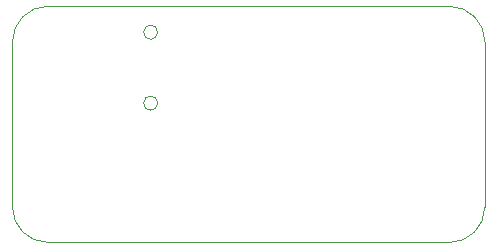
<source format=gbr>
%TF.GenerationSoftware,KiCad,Pcbnew,(6.0.0-0)*%
%TF.CreationDate,2022-08-17T15:33:53+02:00*%
%TF.ProjectId,tpa2012d2_amp_breakout,74706132-3031-4326-9432-5f616d705f62,rev?*%
%TF.SameCoordinates,Original*%
%TF.FileFunction,Profile,NP*%
%FSLAX46Y46*%
G04 Gerber Fmt 4.6, Leading zero omitted, Abs format (unit mm)*
G04 Created by KiCad (PCBNEW (6.0.0-0)) date 2022-08-17 15:33:53*
%MOMM*%
%LPD*%
G01*
G04 APERTURE LIST*
%TA.AperFunction,Profile*%
%ADD10C,0.100000*%
%TD*%
%TA.AperFunction,Profile*%
%ADD11C,0.120000*%
%TD*%
G04 APERTURE END LIST*
D10*
X143000000Y-80000000D02*
X177000000Y-80000000D01*
X177000000Y-100000000D02*
X143000000Y-100000000D01*
X140000000Y-97000000D02*
X140000000Y-83000000D01*
X180000000Y-83000000D02*
X180000000Y-97000000D01*
X180000000Y-83000000D02*
G75*
G03*
X177000000Y-80000000I-3000001J-1D01*
G01*
X177000000Y-100000000D02*
G75*
G03*
X180000000Y-97000000I-1J3000001D01*
G01*
X140000000Y-97000000D02*
G75*
G03*
X143000000Y-100000000I3000001J1D01*
G01*
X143000000Y-80000000D02*
G75*
G03*
X140000000Y-83000000I1J-3000001D01*
G01*
D11*
%TO.C,J104*%
X152300000Y-82200000D02*
G75*
G03*
X152300000Y-82200000I-600000J0D01*
G01*
X152300000Y-88200000D02*
G75*
G03*
X152300000Y-88200000I-600000J0D01*
G01*
%TD*%
M02*

</source>
